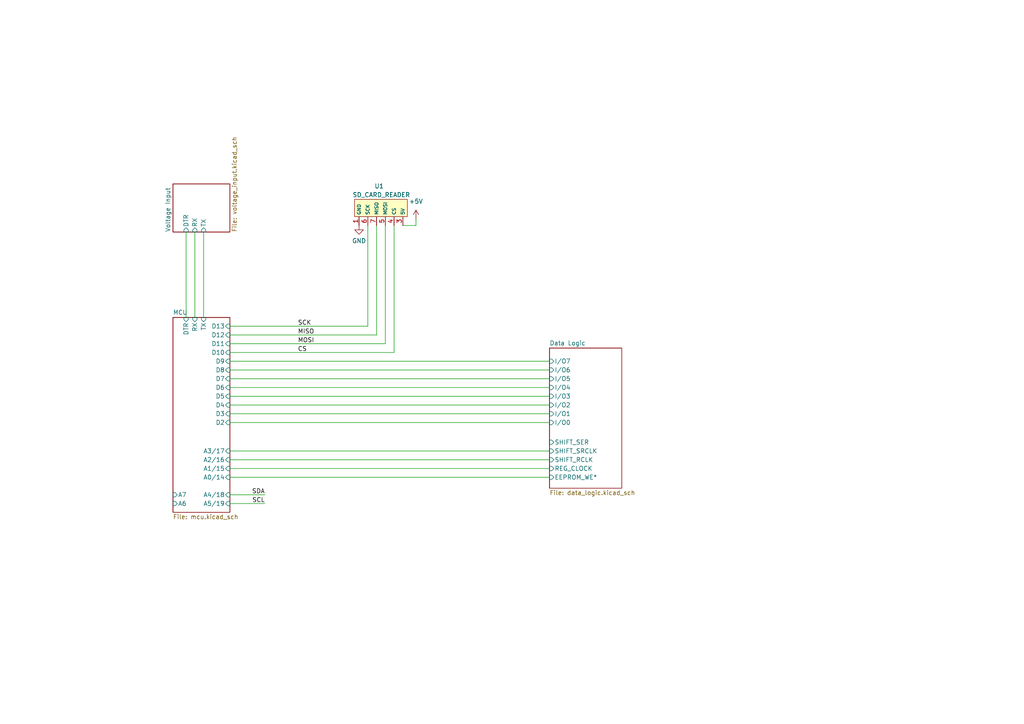
<source format=kicad_sch>
(kicad_sch (version 20230121) (generator eeschema)
  (paper "A4")
  (title_block (title "EEPROM Programer") (date "2024-06-21") (rev "1"))
  (lib_symbols
    (symbol "EEPROM_PROGRAMMER:SD_CARD_READER"
      (property "Reference" "U" (at 0 6.35 0))
      (property "Value" "SD_CARD_READER" (at 0 3.81 0))
      (symbol "SD_CARD_READER_1_1"
        (rectangle (start -7.62 2.54) (end 7.62 -2.54) (fill (type background)))
        (pin output line (at -6.35 -5.08 90) (length 2.54) (name "GND") (number "1"))
        (pin output line (at 6.35 -5.08 90) (length 2.54) (name "5V") (number "3"))
        (pin input line (at 3.81 -5.08 90) (length 2.54) (name "CS") (number "4"))
        (pin input line (at 1.27 -5.08 90) (length 2.54) (name "MOSI") (number "5"))
        (pin input line (at -3.81 -5.08 90) (length 2.54) (name "SCK") (number "6"))
        (pin input line (at -1.27 -5.08 90) (length 2.54) (name "MISO") (number "7"))
      )
    )
    (symbol "power:+5V" (power) (pin_names (offset 0))
      (property "Value" "+5V" (at 0 3.556 0))
      (symbol "+5V_0_1"
        (polyline (pts (xy -0.762 1.27) (xy 0 2.54)))
        (polyline (pts (xy 0 0) (xy 0 2.54)))
        (polyline (pts (xy 0 2.54) (xy 0.762 1.27)))
      )
      (symbol "+5V_1_1"
        (pin power_in line (at 0 0 90) (length 0) hide (name "+5V") (number "1"))
      )
    )
    (symbol "power:GND" (power) (pin_names (offset 0))
      (property "Value" "GND" (at 0 -3.81 0))
      (symbol "GND_0_1"
        (polyline (pts (xy 0 0) (xy 0 -1.27) (xy 1.27 -1.27) (xy 0 -2.54) (xy -1.27 -1.27) (xy 0 -1.27)))
      )
      (symbol "GND_1_1"
        (pin power_in line (at 0 0 270) (length 0) hide (name "GND") (number "1"))
      )
    )
  )
  (wire (pts (xy 66.675 133.35) (xy 159.385 133.35)))
  (wire (pts (xy 159.385 114.935) (xy 66.675 114.935)))
  (wire (pts (xy 66.675 117.475) (xy 159.385 117.475)))
  (wire (pts (xy 120.65 65.405) (xy 120.65 63.5)))
  (wire (pts (xy 111.76 99.695) (xy 66.675 99.695)))
  (wire (pts (xy 59.055 67.31) (xy 59.055 92.075)))
  (wire (pts (xy 159.385 120.015) (xy 66.675 120.015)))
  (wire (pts (xy 109.22 97.155) (xy 109.22 65.405)))
  (wire (pts (xy 66.675 104.775) (xy 159.385 104.775)))
  (wire (pts (xy 106.68 94.615) (xy 66.675 94.615)))
  (wire (pts (xy 159.385 122.555) (xy 66.675 122.555)))
  (wire (pts (xy 66.675 135.89) (xy 159.385 135.89)))
  (wire (pts (xy 111.76 65.405) (xy 111.76 99.695)))
  (wire (pts (xy 106.68 65.405) (xy 106.68 94.615)))
  (wire (pts (xy 116.84 65.405) (xy 120.65 65.405)))
  (wire (pts (xy 56.515 67.31) (xy 56.515 92.075)))
  (wire (pts (xy 114.3 102.235) (xy 114.3 65.405)))
  (wire (pts (xy 159.385 107.315) (xy 66.675 107.315)))
  (wire (pts (xy 66.675 138.43) (xy 159.385 138.43)))
  (wire (pts (xy 53.975 67.31) (xy 53.975 92.075)))
  (wire (pts (xy 66.675 97.155) (xy 109.22 97.155)))
  (wire (pts (xy 66.675 112.395) (xy 159.385 112.395)))
  (wire (pts (xy 66.675 143.51) (xy 76.835 143.51)))
  (wire (pts (xy 159.385 109.855) (xy 66.675 109.855)))
  (wire (pts (xy 66.675 130.81) (xy 159.385 130.81)))
  (wire (pts (xy 66.675 146.05) (xy 76.835 146.05)))
  (wire (pts (xy 66.675 102.235) (xy 114.3 102.235)))
  (label "MISO" (at 86.36 97.155 0))
  (label "SDA" (at 76.835 143.51 180))
  (label "CS" (at 86.36 102.235 0))
  (label "MOSI" (at 86.36 99.695 0))
  (label "SCK" (at 86.36 94.615 0))
  (label "SCL" (at 76.835 146.05 180))
  (symbol (lib_id "power:GND") (at 104.14 65.405 0) (unit 1)
    (property "Reference" "#PWR029" (effects hide))
    (property "Value" "GND" (at 104.14 69.85 0))
  )
  (symbol (lib_id "power:+5V") (at 120.65 63.5 0) (unit 1)
    (property "Reference" "#PWR062" (effects hide))
    (property "Value" "+5V" (at 120.65 58.42 0))
  )
  (symbol (lib_id "EEPROM_PROGRAMMER:SD_CARD_READER") (at 110.49 60.325 0) (unit 1)
    (property "Reference" "U1" (at 108.585 53.975 0) (effects (justify left)))
    (property "Value" "SD_CARD_READER" (at 102.235 56.515 0) (effects (justify left)))
    (property "Datasheet" "https://www.electrokit.com/upload/product/41015/41015739/41015739_-_SD_Card_Module.pdf" (effects hide))
  )
  (sheet (at 50.165 53.34) (size 16.51 13.97) (stroke (width 0.1524))
    (property "Sheetname" "Voltage Input" (at 49.4534 67.31 90) (effects (justify left bottom)))
    (property "Sheetfile" "voltage_input.kicad_sch" (at 67.2596 67.31 90) (effects (justify left top)))
    (pin "RX" input (at 56.515 67.31 270))
    (pin "TX" input (at 59.055 67.31 270))
    (pin "DTR" input (at 53.975 67.31 270))
  )
  (sheet (at 159.385 100.965) (size 20.955 40.64) (stroke (width 0.1524))
    (property "Sheetname" "Data Logic" (at 159.385 100.2534 0) (effects (justify left bottom)))
    (property "Sheetfile" "data_logic.kicad_sch" (at 159.385 142.1896 0) (effects (justify left top)))
    (pin "I{slash}O0" input (at 159.385 122.555 180))
    (pin "I{slash}O2" input (at 159.385 117.475 180))
    (pin "I{slash}O1" input (at 159.385 120.015 180))
    (pin "I{slash}O3" input (at 159.385 114.935 180))
    (pin "I{slash}O4" input (at 159.385 112.395 180))
    (pin "I{slash}O6" input (at 159.385 107.315 180))
    (pin "I{slash}O7" input (at 159.385 104.775 180))
    (pin "I{slash}O5" input (at 159.385 109.855 180))
    (pin "REG_CLOCK" input (at 159.385 135.89 180))
    (pin "EEPROM_WE*" input (at 159.385 138.43 180))
    (pin "SHIFT_SER" input (at 159.385 128.27 180))
    (pin "SHIFT_SRCLK" input (at 159.385 130.81 180))
    (pin "SHIFT_RCLK" input (at 159.385 133.35 180))
  )
  (sheet (at 50.165 92.075) (size 16.51 56.515) (stroke (width 0.1524))
    (property "Sheetname" "MCU" (at 50.165 91.3634 0) (effects (justify left bottom)))
    (property "Sheetfile" "mcu.kicad_sch" (at 50.165 149.1746 0) (effects (justify left top)))
    (pin "D11" input (at 66.675 99.695 0))
    (pin "D13" input (at 66.675 94.615 0))
    (pin "D9" input (at 66.675 104.775 0))
    (pin "D12" input (at 66.675 97.155 0))
    (pin "D8" input (at 66.675 107.315 0))
    (pin "D10" input (at 66.675 102.235 0))
    (pin "D5" input (at 66.675 114.935 0))
    (pin "D6" input (at 66.675 112.395 0))
    (pin "D2" input (at 66.675 122.555 0))
    (pin "D7" input (at 66.675 109.855 0))
    (pin "D3" input (at 66.675 120.015 0))
    (pin "D4" input (at 66.675 117.475 0))
    (pin "RX" input (at 56.515 92.075 90))
    (pin "DTR" input (at 53.975 92.075 90))
    (pin "TX" input (at 59.055 92.075 90))
    (pin "A5{slash}19" input (at 66.675 146.05 0))
    (pin "A4{slash}18" input (at 66.675 143.51 0))
    (pin "A3{slash}17" input (at 66.675 130.81 0))
    (pin "A7" input (at 50.165 143.51 180))
    (pin "A6" input (at 50.165 146.05 180))
    (pin "A1{slash}15" input (at 66.675 135.89 0))
    (pin "A2{slash}16" input (at 66.675 133.35 0))
    (pin "A0{slash}14" input (at 66.675 138.43 0))
  )
)
</source>
